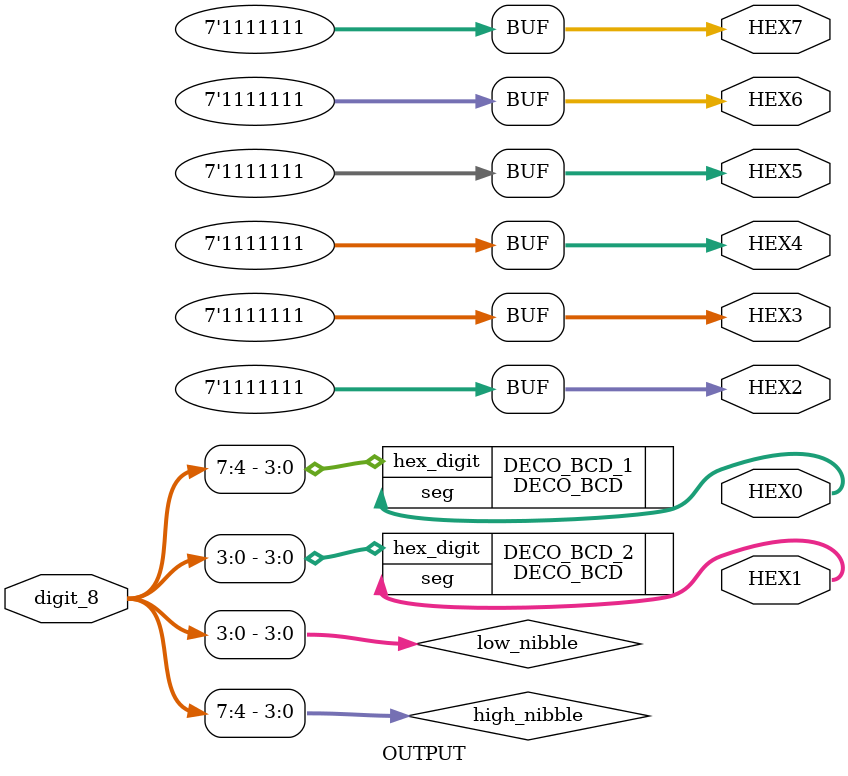
<source format=v>
module OUTPUT(
    input wire [7:0] digit_8,
    output wire [6:0] HEX0, HEX1, HEX2, HEX3, HEX4, HEX5, HEX6, HEX7
);
    wire [3:0] high_nibble = digit_8[7:4]; // bits 7-4
    wire [3:0] low_nibble  = digit_8[3:0]; // bits 3-0
DECO_BCD DECO_BCD_1(
    .hex_digit(high_nibble),
    .seg(HEX0)
);
DECO_BCD DECO_BCD_2(
    .hex_digit(low_nibble),
    .seg(HEX1)
);
    // assign HEX1 = 7'b1111111;
    assign HEX2 = 7'b1111111;
    assign HEX3 = 7'b1111111;
    assign HEX4 = 7'b1111111;
    assign HEX5 = 7'b1111111;
    assign HEX6 = 7'b1111111;
    assign HEX7 = 7'b1111111;
endmodule
</source>
